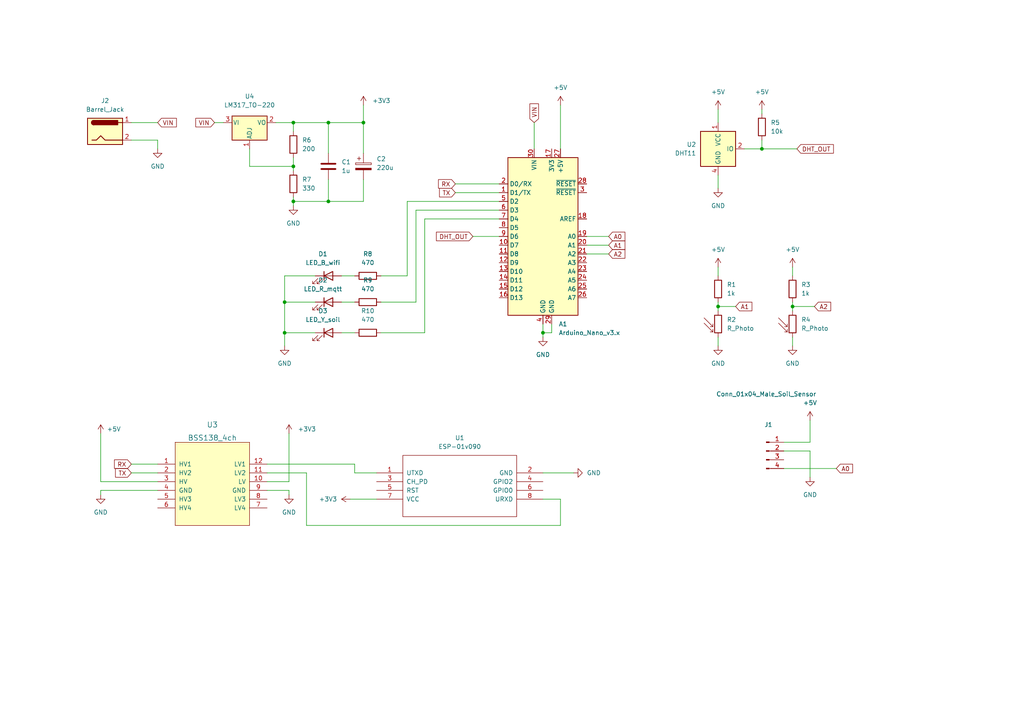
<source format=kicad_sch>
(kicad_sch (version 20211123) (generator eeschema)
  (paper "A4")
  (lib_symbols
    (symbol "Connector:Barrel_Jack" (pin_names (offset 1.016))
      (property "Reference" "J" (at 0 5.334 0))
      (property "Value" "Barrel_Jack" (at 0 -5.08 0))
      (symbol "Barrel_Jack_0_1"
        (rectangle (start -5.08 3.81) (end 5.08 -3.81) (stroke (width 0.254)) (fill (type background)))
        (arc (start -3.302 3.175) (mid -3.937 2.54) (end -3.302 1.905) (stroke (width 0.254)))
        (arc (start -3.302 3.175) (mid -3.937 2.54) (end -3.302 1.905) (stroke (width 0.254)) (fill (type outline)))
        (polyline (pts (xy 5.08 2.54) (xy 3.81 2.54)) (stroke (width 0.254)))
        (polyline (pts (xy -3.81 -2.54) (xy -2.54 -2.54) (xy -1.27 -1.27) (xy 0 -2.54) (xy 2.54 -2.54) (xy 5.08 -2.54)) (stroke (width 0.254)))
        (rectangle (start 3.683 3.175) (end -3.302 1.905) (stroke (width 0.254)) (fill (type outline)))
      )
      (symbol "Barrel_Jack_1_1"
        (pin passive line (at 7.62 2.54 180) (length 2.54) (name "~") (number "1"))
        (pin passive line (at 7.62 -2.54 180) (length 2.54) (name "~") (number "2"))
      )
    )
    (symbol "Connector:Conn_01x04_Male" (pin_names (offset 1.016) hide)
      (property "Reference" "J" (at 0 5.08 0))
      (property "Value" "Conn_01x04_Male" (at 0 -7.62 0))
      (symbol "Conn_01x04_Male_1_1"
        (polyline (pts (xy 1.27 -5.08) (xy 0.8636 -5.08)) (stroke (width 0.1524)))
        (polyline (pts (xy 1.27 -2.54) (xy 0.8636 -2.54)) (stroke (width 0.1524)))
        (polyline (pts (xy 1.27 0) (xy 0.8636 0)) (stroke (width 0.1524)))
        (polyline (pts (xy 1.27 2.54) (xy 0.8636 2.54)) (stroke (width 0.1524)))
        (rectangle (start 0.8636 -4.953) (end 0 -5.207) (stroke (width 0.1524)) (fill (type outline)))
        (rectangle (start 0.8636 -2.413) (end 0 -2.667) (stroke (width 0.1524)) (fill (type outline)))
        (rectangle (start 0.8636 0.127) (end 0 -0.127) (stroke (width 0.1524)) (fill (type outline)))
        (rectangle (start 0.8636 2.667) (end 0 2.413) (stroke (width 0.1524)) (fill (type outline)))
        (pin passive line (at 5.08 2.54 180) (length 3.81) (name "Pin_1") (number "1"))
        (pin passive line (at 5.08 0 180) (length 3.81) (name "Pin_2") (number "2"))
        (pin passive line (at 5.08 -2.54 180) (length 3.81) (name "Pin_3") (number "3"))
        (pin passive line (at 5.08 -5.08 180) (length 3.81) (name "Pin_4") (number "4"))
      )
    )
    (symbol "Device:C" (pin_numbers hide) (pin_names (offset 0.254))
      (property "Reference" "C" (at 0.635 2.54 0))
      (property "Value" "C" (at 0.635 -2.54 0))
      (symbol "C_0_1"
        (polyline (pts (xy -2.032 -0.762) (xy 2.032 -0.762)) (stroke (width 0.508)))
        (polyline (pts (xy -2.032 0.762) (xy 2.032 0.762)) (stroke (width 0.508)))
      )
      (symbol "C_1_1"
        (pin passive line (at 0 3.81 270) (length 2.794) (name "~") (number "1"))
        (pin passive line (at 0 -3.81 90) (length 2.794) (name "~") (number "2"))
      )
    )
    (symbol "Device:C_Polarized" (pin_numbers hide) (pin_names (offset 0.254))
      (property "Reference" "C" (at 0.635 2.54 0))
      (property "Value" "C_Polarized" (at 0.635 -2.54 0))
      (symbol "C_Polarized_0_1"
        (rectangle (start -2.286 0.508) (end 2.286 1.016))
        (polyline (pts (xy -1.778 2.286) (xy -0.762 2.286)))
        (polyline (pts (xy -1.27 2.794) (xy -1.27 1.778)))
        (rectangle (start 2.286 -0.508) (end -2.286 -1.016) (fill (type outline)))
      )
      (symbol "C_Polarized_1_1"
        (pin passive line (at 0 3.81 270) (length 2.794) (name "~") (number "1"))
        (pin passive line (at 0 -3.81 90) (length 2.794) (name "~") (number "2"))
      )
    )
    (symbol "Device:LED" (pin_numbers hide) (pin_names (offset 1.016) hide)
      (property "Reference" "D" (at 0 2.54 0))
      (property "Value" "LED" (at 0 -2.54 0))
      (symbol "LED_0_1"
        (polyline (pts (xy -1.27 -1.27) (xy -1.27 1.27)) (stroke (width 0.254)))
        (polyline (pts (xy -1.27 0) (xy 1.27 0)))
        (polyline (pts (xy 1.27 -1.27) (xy 1.27 1.27) (xy -1.27 0) (xy 1.27 -1.27)) (stroke (width 0.254)))
        (polyline (pts (xy -3.048 -0.762) (xy -4.572 -2.286) (xy -3.81 -2.286) (xy -4.572 -2.286) (xy -4.572 -1.524)))
        (polyline (pts (xy -1.778 -0.762) (xy -3.302 -2.286) (xy -2.54 -2.286) (xy -3.302 -2.286) (xy -3.302 -1.524)))
      )
      (symbol "LED_1_1"
        (pin passive line (at -3.81 0 0) (length 2.54) (name "K") (number "1"))
        (pin passive line (at 3.81 0 180) (length 2.54) (name "A") (number "2"))
      )
    )
    (symbol "Device:R" (pin_numbers hide) (pin_names (offset 0))
      (property "Reference" "R" (at 2.032 0 90))
      (property "Value" "R" (at 0 0 90))
      (symbol "R_0_1"
        (rectangle (start -1.016 -2.54) (end 1.016 2.54) (stroke (width 0.254)))
      )
      (symbol "R_1_1"
        (pin passive line (at 0 3.81 270) (length 1.27) (name "~") (number "1"))
        (pin passive line (at 0 -3.81 90) (length 1.27) (name "~") (number "2"))
      )
    )
    (symbol "Device:R_Photo" (pin_numbers hide) (pin_names (offset 0))
      (property "Reference" "R" (at 1.27 1.27 0))
      (property "Value" "R_Photo" (at 1.27 0 0))
      (symbol "R_Photo_0_1"
        (rectangle (start -1.016 2.54) (end 1.016 -2.54) (stroke (width 0.254)))
        (polyline (pts (xy -1.524 -2.286) (xy -4.064 0.254)))
        (polyline (pts (xy -1.524 -2.286) (xy -2.286 -2.286)))
        (polyline (pts (xy -1.524 -2.286) (xy -1.524 -1.524)))
        (polyline (pts (xy -1.524 -0.762) (xy -4.064 1.778)))
        (polyline (pts (xy -1.524 -0.762) (xy -2.286 -0.762)))
        (polyline (pts (xy -1.524 -0.762) (xy -1.524 0)))
      )
      (symbol "R_Photo_1_1"
        (pin passive line (at 0 3.81 270) (length 1.27) (name "~") (number "1"))
        (pin passive line (at 0 -3.81 90) (length 1.27) (name "~") (number "2"))
      )
    )
    (symbol "ESP-01:ESP-01v090" (pin_names (offset 1.016))
      (property "Reference" "U" (at 0 -2.54 0))
      (property "Value" "ESP-01v090" (at 0 2.54 0))
      (symbol "ESP-01v090_1_0"
        (rectangle (start -16.51 -8.89) (end 16.51 8.89))
      )
      (symbol "ESP-01v090_1_1"
        (pin output line (at -24.13 3.81 0) (length 7.62) (name "UTXD") (number "1"))
        (pin power_in line (at 24.13 3.81 180) (length 7.62) (name "GND") (number "2"))
        (pin input line (at -24.13 1.27 0) (length 7.62) (name "CH_PD") (number "3"))
        (pin tri_state line (at 24.13 1.27 180) (length 7.62) (name "GPIO2") (number "4"))
        (pin input line (at -24.13 -1.27 0) (length 7.62) (name "RST") (number "5"))
        (pin tri_state line (at 24.13 -1.27 180) (length 7.62) (name "GPIO0") (number "6"))
        (pin power_in line (at -24.13 -3.81 0) (length 7.62) (name "VCC") (number "7"))
        (pin input line (at 24.13 -3.81 180) (length 7.62) (name "URXD") (number "8"))
      )
    )
    (symbol "Logic_Level_Converter:BSS138_4ch" (pin_names (offset 1.016))
      (property "Reference" "U" (at 0 6.35 0))
      (property "Value" "BSS138_4ch" (at 0 10.16 0))
      (symbol "BSS138_4ch_0_1"
        (rectangle (start -11.43 12.7) (end 10.16 -11.43) (fill (type background)))
      )
      (symbol "BSS138_4ch_1_1"
        (pin bidirectional line (at -16.51 6.35 0) (length 5.08) (name "HV1") (number "1"))
        (pin bidirectional line (at 15.24 1.27 180) (length 5.08) (name "LV") (number "10"))
        (pin bidirectional line (at 15.24 3.81 180) (length 5.08) (name "LV2") (number "11"))
        (pin bidirectional line (at 15.24 6.35 180) (length 5.08) (name "LV1") (number "12"))
        (pin bidirectional line (at -16.51 3.81 0) (length 5.08) (name "HV2") (number "2"))
        (pin bidirectional line (at -16.51 1.27 0) (length 5.08) (name "HV") (number "3"))
        (pin bidirectional line (at -16.51 -1.27 0) (length 5.08) (name "GND") (number "4"))
        (pin bidirectional line (at -16.51 -3.81 0) (length 5.08) (name "HV3") (number "5"))
        (pin bidirectional line (at -16.51 -6.35 0) (length 5.08) (name "HV4") (number "6"))
        (pin bidirectional line (at 15.24 -6.35 180) (length 5.08) (name "LV4") (number "7"))
        (pin bidirectional line (at 15.24 -3.81 180) (length 5.08) (name "LV3") (number "8"))
        (pin bidirectional line (at 15.24 -1.27 180) (length 5.08) (name "GND") (number "9"))
      )
    )
    (symbol "MCU_Module:Arduino_Nano_v3.x"
      (property "Reference" "A" (at -10.16 23.495 0))
      (property "Value" "Arduino_Nano_v3.x" (at 5.08 -24.13 0))
      (symbol "Arduino_Nano_v3.x_0_1"
        (rectangle (start -10.16 22.86) (end 10.16 -22.86) (stroke (width 0.254)) (fill (type background)))
      )
      (symbol "Arduino_Nano_v3.x_1_1"
        (pin bidirectional line (at -12.7 12.7 0) (length 2.54) (name "D1/TX") (number "1"))
        (pin bidirectional line (at -12.7 -2.54 0) (length 2.54) (name "D7") (number "10"))
        (pin bidirectional line (at -12.7 -5.08 0) (length 2.54) (name "D8") (number "11"))
        (pin bidirectional line (at -12.7 -7.62 0) (length 2.54) (name "D9") (number "12"))
        (pin bidirectional line (at -12.7 -10.16 0) (length 2.54) (name "D10") (number "13"))
        (pin bidirectional line (at -12.7 -12.7 0) (length 2.54) (name "D11") (number "14"))
        (pin bidirectional line (at -12.7 -15.24 0) (length 2.54) (name "D12") (number "15"))
        (pin bidirectional line (at -12.7 -17.78 0) (length 2.54) (name "D13") (number "16"))
        (pin power_out line (at 2.54 25.4 270) (length 2.54) (name "3V3") (number "17"))
        (pin input line (at 12.7 5.08 180) (length 2.54) (name "AREF") (number "18"))
        (pin bidirectional line (at 12.7 0 180) (length 2.54) (name "A0") (number "19"))
        (pin bidirectional line (at -12.7 15.24 0) (length 2.54) (name "D0/RX") (number "2"))
        (pin bidirectional line (at 12.7 -2.54 180) (length 2.54) (name "A1") (number "20"))
        (pin bidirectional line (at 12.7 -5.08 180) (length 2.54) (name "A2") (number "21"))
        (pin bidirectional line (at 12.7 -7.62 180) (length 2.54) (name "A3") (number "22"))
        (pin bidirectional line (at 12.7 -10.16 180) (length 2.54) (name "A4") (number "23"))
        (pin bidirectional line (at 12.7 -12.7 180) (length 2.54) (name "A5") (number "24"))
        (pin bidirectional line (at 12.7 -15.24 180) (length 2.54) (name "A6") (number "25"))
        (pin bidirectional line (at 12.7 -17.78 180) (length 2.54) (name "A7") (number "26"))
        (pin power_out line (at 5.08 25.4 270) (length 2.54) (name "+5V") (number "27"))
        (pin input line (at 12.7 15.24 180) (length 2.54) (name "~{RESET}") (number "28"))
        (pin power_in line (at 2.54 -25.4 90) (length 2.54) (name "GND") (number "29"))
        (pin input line (at 12.7 12.7 180) (length 2.54) (name "~{RESET}") (number "3"))
        (pin power_in line (at -2.54 25.4 270) (length 2.54) (name "VIN") (number "30"))
        (pin power_in line (at 0 -25.4 90) (length 2.54) (name "GND") (number "4"))
        (pin bidirectional line (at -12.7 10.16 0) (length 2.54) (name "D2") (number "5"))
        (pin bidirectional line (at -12.7 7.62 0) (length 2.54) (name "D3") (number "6"))
        (pin bidirectional line (at -12.7 5.08 0) (length 2.54) (name "D4") (number "7"))
        (pin bidirectional line (at -12.7 2.54 0) (length 2.54) (name "D5") (number "8"))
        (pin bidirectional line (at -12.7 0 0) (length 2.54) (name "D6") (number "9"))
      )
    )
    (symbol "Regulator_Linear:LM317_TO-220" (pin_names (offset 0.254))
      (property "Reference" "U" (at -3.81 3.175 0))
      (property "Value" "LM317_TO-220" (at 0 3.175 0))
      (symbol "LM317_TO-220_0_1"
        (rectangle (start -5.08 1.905) (end 5.08 -5.08) (stroke (width 0.254)) (fill (type background)))
      )
      (symbol "LM317_TO-220_1_1"
        (pin input line (at 0 -7.62 90) (length 2.54) (name "ADJ") (number "1"))
        (pin power_out line (at 7.62 0 180) (length 2.54) (name "VO") (number "2"))
        (pin power_in line (at -7.62 0 0) (length 2.54) (name "VI") (number "3"))
      )
    )
    (symbol "Sensor:DHT11"
      (property "Reference" "U" (at -3.81 6.35 0))
      (property "Value" "DHT11" (at 3.81 6.35 0))
      (symbol "DHT11_0_1"
        (rectangle (start -5.08 5.08) (end 5.08 -5.08) (stroke (width 0.254)) (fill (type background)))
      )
      (symbol "DHT11_1_1"
        (pin power_in line (at 0 7.62 270) (length 2.54) (name "VCC") (number "1"))
        (pin bidirectional line (at 7.62 0 180) (length 2.54) (name "IO") (number "2"))
        (pin no_connect line (at -5.08 0 0) (length 2.54) hide (name "NC") (number "3"))
        (pin power_in line (at 0 -7.62 90) (length 2.54) (name "GND") (number "4"))
      )
    )
    (symbol "power:+3.3V" (power) (pin_names (offset 0))
      (property "Value" "+3.3V" (at 0 3.556 0))
      (symbol "+3.3V_0_1"
        (polyline (pts (xy -0.762 1.27) (xy 0 2.54)))
        (polyline (pts (xy 0 0) (xy 0 2.54)))
        (polyline (pts (xy 0 2.54) (xy 0.762 1.27)))
      )
      (symbol "+3.3V_1_1"
        (pin power_in line (at 0 0 90) (length 0) hide (name "+3V3") (number "1"))
      )
    )
    (symbol "power:+5V" (power) (pin_names (offset 0))
      (property "Value" "+5V" (at 0 3.556 0))
      (symbol "+5V_0_1"
        (polyline (pts (xy -0.762 1.27) (xy 0 2.54)))
        (polyline (pts (xy 0 0) (xy 0 2.54)))
        (polyline (pts (xy 0 2.54) (xy 0.762 1.27)))
      )
      (symbol "+5V_1_1"
        (pin power_in line (at 0 0 90) (length 0) hide (name "+5V") (number "1"))
      )
    )
    (symbol "power:GND" (power) (pin_names (offset 0))
      (property "Value" "GND" (at 0 -3.81 0))
      (symbol "GND_0_1"
        (polyline (pts (xy 0 0) (xy 0 -1.27) (xy 1.27 -1.27) (xy 0 -2.54) (xy -1.27 -1.27) (xy 0 -1.27)))
      )
      (symbol "GND_1_1"
        (pin power_in line (at 0 0 270) (length 0) hide (name "GND") (number "1"))
      )
    )
  )
  (junction (at 95.25 58.42))
  (junction (at 82.55 96.52))
  (junction (at 82.55 87.63))
  (junction (at 85.09 48.26))
  (junction (at 105.41 35.56))
  (junction (at 157.48 96.52))
  (junction (at 95.25 35.56))
  (junction (at 229.87 88.9))
  (junction (at 220.98 43.18))
  (junction (at 85.09 35.56))
  (junction (at 208.28 88.9))
  (junction (at 85.09 58.42))
  (wire (pts (xy 229.87 88.9) (xy 229.87 90.17)))
  (wire (pts (xy 132.08 53.34) (xy 144.78 53.34)))
  (wire (pts (xy 220.98 40.64) (xy 220.98 43.18)))
  (wire (pts (xy 208.28 77.47) (xy 208.28 80.01)))
  (wire (pts (xy 157.48 96.52) (xy 157.48 97.79)))
  (wire (pts (xy 105.41 58.42) (xy 105.41 52.07)))
  (wire (pts (xy 160.02 96.52) (xy 157.48 96.52)))
  (wire (pts (xy 234.95 138.43) (xy 234.95 130.81)))
  (wire (pts (xy 208.28 31.75) (xy 208.28 35.56)))
  (wire (pts (xy 29.21 139.7) (xy 45.72 139.7)))
  (wire (pts (xy 102.87 137.16) (xy 109.22 137.16)))
  (wire (pts (xy 45.72 40.64) (xy 45.72 43.18)))
  (wire (pts (xy 95.25 52.07) (xy 95.25 58.42)))
  (wire (pts (xy 157.48 137.16) (xy 166.37 137.16)))
  (wire (pts (xy 118.11 80.01) (xy 110.49 80.01)))
  (wire (pts (xy 99.06 80.01) (xy 102.87 80.01)))
  (wire (pts (xy 229.87 87.63) (xy 229.87 88.9)))
  (wire (pts (xy 132.08 55.88) (xy 144.78 55.88)))
  (wire (pts (xy 77.47 134.62) (xy 102.87 134.62)))
  (wire (pts (xy 85.09 35.56) (xy 85.09 38.1)))
  (wire (pts (xy 102.87 134.62) (xy 102.87 137.16)))
  (wire (pts (xy 120.65 60.96) (xy 144.78 60.96)))
  (wire (pts (xy 208.28 88.9) (xy 213.36 88.9)))
  (wire (pts (xy 234.95 121.92) (xy 234.95 128.27)))
  (wire (pts (xy 105.41 35.56) (xy 105.41 44.45)))
  (wire (pts (xy 229.87 97.79) (xy 229.87 100.33)))
  (wire (pts (xy 123.19 63.5) (xy 123.19 96.52)))
  (wire (pts (xy 85.09 45.72) (xy 85.09 48.26)))
  (wire (pts (xy 99.06 87.63) (xy 102.87 87.63)))
  (wire (pts (xy 215.9 43.18) (xy 220.98 43.18)))
  (wire (pts (xy 220.98 31.75) (xy 220.98 33.02)))
  (wire (pts (xy 82.55 87.63) (xy 82.55 96.52)))
  (wire (pts (xy 95.25 35.56) (xy 85.09 35.56)))
  (wire (pts (xy 85.09 48.26) (xy 85.09 49.53)))
  (wire (pts (xy 29.21 142.24) (xy 45.72 142.24)))
  (wire (pts (xy 83.82 125.73) (xy 83.82 139.7)))
  (wire (pts (xy 170.18 68.58) (xy 176.53 68.58)))
  (wire (pts (xy 123.19 96.52) (xy 110.49 96.52)))
  (wire (pts (xy 120.65 60.96) (xy 120.65 87.63)))
  (wire (pts (xy 77.47 137.16) (xy 88.9 137.16)))
  (wire (pts (xy 208.28 97.79) (xy 208.28 100.33)))
  (wire (pts (xy 162.56 30.48) (xy 162.56 43.18)))
  (wire (pts (xy 144.78 63.5) (xy 123.19 63.5)))
  (wire (pts (xy 154.94 35.56) (xy 154.94 43.18)))
  (wire (pts (xy 29.21 143.51) (xy 29.21 142.24)))
  (wire (pts (xy 83.82 142.24) (xy 83.82 143.51)))
  (wire (pts (xy 82.55 96.52) (xy 91.44 96.52)))
  (wire (pts (xy 29.21 125.73) (xy 29.21 139.7)))
  (wire (pts (xy 105.41 30.48) (xy 105.41 35.56)))
  (wire (pts (xy 91.44 80.01) (xy 82.55 80.01)))
  (wire (pts (xy 99.06 96.52) (xy 102.87 96.52)))
  (wire (pts (xy 62.23 35.56) (xy 64.77 35.56)))
  (wire (pts (xy 95.25 35.56) (xy 95.25 44.45)))
  (wire (pts (xy 229.87 77.47) (xy 229.87 80.01)))
  (wire (pts (xy 85.09 57.15) (xy 85.09 58.42)))
  (wire (pts (xy 101.6 144.78) (xy 109.22 144.78)))
  (wire (pts (xy 170.18 71.12) (xy 176.53 71.12)))
  (wire (pts (xy 77.47 139.7) (xy 83.82 139.7)))
  (wire (pts (xy 227.33 130.81) (xy 234.95 130.81)))
  (wire (pts (xy 85.09 58.42) (xy 85.09 59.69)))
  (wire (pts (xy 95.25 58.42) (xy 105.41 58.42)))
  (wire (pts (xy 120.65 87.63) (xy 110.49 87.63)))
  (wire (pts (xy 85.09 58.42) (xy 95.25 58.42)))
  (wire (pts (xy 160.02 93.98) (xy 160.02 96.52)))
  (wire (pts (xy 82.55 96.52) (xy 82.55 100.33)))
  (wire (pts (xy 157.48 93.98) (xy 157.48 96.52)))
  (wire (pts (xy 234.95 128.27) (xy 227.33 128.27)))
  (wire (pts (xy 38.1 40.64) (xy 45.72 40.64)))
  (wire (pts (xy 95.25 35.56) (xy 105.41 35.56)))
  (wire (pts (xy 208.28 88.9) (xy 208.28 90.17)))
  (wire (pts (xy 208.28 87.63) (xy 208.28 88.9)))
  (wire (pts (xy 162.56 144.78) (xy 157.48 144.78)))
  (wire (pts (xy 38.1 137.16) (xy 45.72 137.16)))
  (wire (pts (xy 162.56 152.4) (xy 162.56 144.78)))
  (wire (pts (xy 220.98 43.18) (xy 231.14 43.18)))
  (wire (pts (xy 80.01 35.56) (xy 85.09 35.56)))
  (wire (pts (xy 227.33 135.89) (xy 242.57 135.89)))
  (wire (pts (xy 77.47 142.24) (xy 83.82 142.24)))
  (wire (pts (xy 229.87 88.9) (xy 236.22 88.9)))
  (wire (pts (xy 88.9 137.16) (xy 88.9 152.4)))
  (wire (pts (xy 72.39 43.18) (xy 72.39 48.26)))
  (wire (pts (xy 38.1 35.56) (xy 45.72 35.56)))
  (wire (pts (xy 82.55 87.63) (xy 91.44 87.63)))
  (wire (pts (xy 144.78 58.42) (xy 118.11 58.42)))
  (wire (pts (xy 208.28 50.8) (xy 208.28 54.61)))
  (wire (pts (xy 82.55 80.01) (xy 82.55 87.63)))
  (wire (pts (xy 38.1 134.62) (xy 45.72 134.62)))
  (wire (pts (xy 170.18 73.66) (xy 176.53 73.66)))
  (wire (pts (xy 137.16 68.58) (xy 144.78 68.58)))
  (wire (pts (xy 88.9 152.4) (xy 162.56 152.4)))
  (wire (pts (xy 72.39 48.26) (xy 85.09 48.26)))
  (wire (pts (xy 118.11 58.42) (xy 118.11 80.01)))
  (global_label "RX" (shape input) (at 38.1 134.62 180) (property "Intersheet References" "${INTERSHEET_REFS}" (effects hide)))
  (global_label "A1" (shape input) (at 176.53 71.12 0) (property "Intersheet References" "${INTERSHEET_REFS}" (effects hide)))
  (global_label "A0" (shape input) (at 176.53 68.58 0) (property "Intersheet References" "${INTERSHEET_REFS}" (effects hide)))
  (global_label "A2" (shape input) (at 236.22 88.9 0) (property "Intersheet References" "${INTERSHEET_REFS}" (effects hide)))
  (global_label "DHT_OUT" (shape input) (at 231.14 43.18 0) (property "Intersheet References" "${INTERSHEET_REFS}" (effects hide)))
  (global_label "VIN" (shape input) (at 62.23 35.56 180) (property "Intersheet References" "${INTERSHEET_REFS}" (effects hide)))
  (global_label "RX" (shape input) (at 132.08 53.34 180) (property "Intersheet References" "${INTERSHEET_REFS}" (effects hide)))
  (global_label "TX" (shape input) (at 132.08 55.88 180) (property "Intersheet References" "${INTERSHEET_REFS}" (effects hide)))
  (global_label "VIN" (shape input) (at 45.72 35.56 0) (property "Intersheet References" "${INTERSHEET_REFS}" (effects hide)))
  (global_label "VIN" (shape input) (at 154.94 35.56 90) (property "Intersheet References" "${INTERSHEET_REFS}" (effects hide)))
  (global_label "TX" (shape input) (at 38.1 137.16 180) (property "Intersheet References" "${INTERSHEET_REFS}" (effects hide)))
  (global_label "A2" (shape input) (at 176.53 73.66 0) (property "Intersheet References" "${INTERSHEET_REFS}" (effects hide)))
  (global_label "A0" (shape input) (at 242.57 135.89 0) (property "Intersheet References" "${INTERSHEET_REFS}" (effects hide)))
  (global_label "A1" (shape input) (at 213.36 88.9 0) (property "Intersheet References" "${INTERSHEET_REFS}" (effects hide)))
  (global_label "DHT_OUT" (shape input) (at 137.16 68.58 180) (property "Intersheet References" "${INTERSHEET_REFS}" (effects hide)))
  (symbol (lib_id "power:GND") (at 29.21 143.51 0) (unit 1)
    (property "Reference" "#PWR0113" (effects hide))
    (property "Value" "GND" (at 29.21 148.59 0))
  )
  (symbol (lib_id "power:+3.3V") (at 101.6 144.78 90) (unit 1)
    (property "Reference" "#PWR0106" (effects hide))
    (property "Value" "+3.3V" (at 97.79 144.7799 90) (effects (justify left)))
  )
  (symbol (lib_id "power:+5V") (at 220.98 31.75 0) (unit 1)
    (property "Reference" "#PWR0104" (effects hide))
    (property "Value" "+5V" (at 220.98 26.67 0))
  )
  (symbol (lib_id "power:GND") (at 208.28 100.33 0) (unit 1)
    (property "Reference" "#PWR0107" (effects hide))
    (property "Value" "GND" (at 208.28 105.41 0))
  )
  (symbol (lib_id "power:+5V") (at 208.28 77.47 0) (unit 1)
    (property "Reference" "#PWR0105" (effects hide))
    (property "Value" "+5V" (at 208.28 72.39 0))
  )
  (symbol (lib_id "Device:LED") (at 95.25 96.52 0) (unit 1)
    (property "Reference" "D3" (at 93.6625 90.17 0))
    (property "Value" "LED_Y_soil" (at 93.6625 92.71 0))
    (property "Footprint" "LED_THT:LED_D5.0mm_Clear" (effects hide))
  )
  (symbol (lib_id "power:GND") (at 166.37 137.16 90) (unit 1)
    (property "Reference" "#PWR0102" (effects hide))
    (property "Value" "GND" (at 170.18 137.1599 90) (effects (justify right)))
  )
  (symbol (lib_id "power:GND") (at 229.87 100.33 0) (unit 1)
    (property "Reference" "#PWR0109" (effects hide))
    (property "Value" "GND" (at 229.87 105.41 0))
  )
  (symbol (lib_id "Regulator_Linear:LM317_TO-220") (at 72.39 35.56 0) (unit 1)
    (property "Reference" "U4" (at 72.39 27.94 0))
    (property "Value" "LM317_TO-220" (at 72.39 30.48 0))
    (property "Footprint" "Package_TO_SOT_THT:TO-220-3_Vertical" (effects hide))
    (property "Datasheet" "http://www.ti.com/lit/ds/symlink/lm317.pdf" (effects hide))
  )
  (symbol (lib_id "power:+5V") (at 29.21 125.73 0) (unit 1)
    (property "Reference" "#PWR0112" (effects hide))
    (property "Value" "+5V" (at 33.02 124.46 0))
  )
  (symbol (lib_id "Device:R") (at 85.09 41.91 0) (unit 1)
    (property "Reference" "R6" (at 87.63 40.6399 0) (effects (justify left)))
    (property "Value" "200" (at 87.63 43.1799 0) (effects (justify left)))
    (property "Footprint" "Resistor_THT:R_Axial_DIN0207_L6.3mm_D2.5mm_P7.62mm_Horizontal" (effects hide))
  )
  (symbol (lib_id "power:GND") (at 83.82 143.51 0) (unit 1)
    (property "Reference" "#PWR0111" (effects hide))
    (property "Value" "GND" (at 83.82 148.59 0))
  )
  (symbol (lib_id "power:GND") (at 45.72 43.18 0) (unit 1)
    (property "Reference" "#PWR0114" (effects hide))
    (property "Value" "GND" (at 45.72 48.26 0))
  )
  (symbol (lib_id "power:+3.3V") (at 83.82 125.73 0) (unit 1)
    (property "Reference" "#PWR0110" (effects hide))
    (property "Value" "+3.3V" (at 86.36 124.4599 0) (effects (justify left)))
  )
  (symbol (lib_id "Device:LED") (at 95.25 87.63 0) (unit 1)
    (property "Reference" "D2" (at 93.6625 81.28 0))
    (property "Value" "LED_R_mqtt" (at 93.6625 83.82 0))
    (property "Footprint" "LED_THT:LED_D5.0mm_Clear" (effects hide))
  )
  (symbol (lib_id "Device:LED") (at 95.25 80.01 0) (unit 1)
    (property "Reference" "D1" (at 93.6625 73.66 0))
    (property "Value" "LED_B_wifi" (at 93.6625 76.2 0))
    (property "Footprint" "LED_THT:LED_D5.0mm_Clear" (effects hide))
  )
  (symbol (lib_id "power:+5V") (at 234.95 121.92 0) (unit 1)
    (property "Reference" "#PWR0119" (effects hide))
    (property "Value" "+5V" (at 234.95 116.84 0))
  )
  (symbol (lib_id "Device:R") (at 229.87 83.82 0) (unit 1)
    (property "Reference" "R3" (at 232.41 82.5499 0) (effects (justify left)))
    (property "Value" "1k" (at 232.41 85.0899 0) (effects (justify left)))
    (property "Footprint" "Resistor_THT:R_Axial_DIN0207_L6.3mm_D2.5mm_P7.62mm_Horizontal" (effects hide))
  )
  (symbol (lib_id "Device:R") (at 106.68 96.52 90) (unit 1)
    (property "Reference" "R10" (at 106.68 90.17 90))
    (property "Value" "470" (at 106.68 92.71 90))
    (property "Footprint" "Resistor_THT:R_Axial_DIN0207_L6.3mm_D2.5mm_P7.62mm_Horizontal" (effects hide))
  )
  (symbol (lib_id "power:GND") (at 157.48 97.79 0) (unit 1)
    (property "Reference" "#PWR0115" (effects hide))
    (property "Value" "GND" (at 157.48 102.87 0))
  )
  (symbol (lib_id "Connector:Conn_01x04_Male") (at 222.25 130.81 0) (unit 1)
    (property "Reference" "J1" (at 222.885 123.19 0))
    (property "Value" "Conn_01x04_Male_Soil_Sensor" (at 222.25 114.3 0))
    (property "Footprint" "Connector_PinHeader_2.54mm:PinHeader_1x04_P2.54mm_Vertical" (effects hide))
  )
  (symbol (lib_id "Connector:Barrel_Jack") (at 30.48 38.1 0) (unit 1)
    (property "Reference" "J2" (at 30.48 29.21 0))
    (property "Value" "Barrel_Jack" (at 30.48 31.75 0))
    (property "Footprint" "TerminalBlock:TerminalBlock_Altech_AK300-2_P5.00mm" (effects hide))
  )
  (symbol (lib_id "Logic_Level_Converter:BSS138_4ch") (at 62.23 140.97 0) (unit 1)
    (property "Reference" "U3" (at 61.595 123.19 0) (effects (font (size 1.524 1.524))))
    (property "Value" "BSS138_4ch" (at 61.595 127 0) (effects (font (size 1.524 1.524))))
    (property "Footprint" "Logic_Level_Converter:BSS138" (effects hide))
  )
  (symbol (lib_id "Device:R") (at 208.28 83.82 0) (unit 1)
    (property "Reference" "R1" (at 210.82 82.5499 0) (effects (justify left)))
    (property "Value" "1k" (at 210.82 85.0899 0) (effects (justify left)))
    (property "Footprint" "Resistor_THT:R_Axial_DIN0207_L6.3mm_D2.5mm_P7.62mm_Horizontal" (effects hide))
  )
  (symbol (lib_id "ESP-01:ESP-01v090") (at 133.35 140.97 0) (unit 1)
    (property "Reference" "U1" (at 133.35 127 0))
    (property "Value" "ESP-01v090" (at 133.35 129.54 0))
    (property "Footprint" "ESP-01:ESP-01" (effects hide))
    (property "Datasheet" "http://l0l.org.uk/2014/12/esp8266-modules-hardware-guide-gotta-catch-em-all/" (effects hide))
  )
  (symbol (lib_id "Device:R") (at 220.98 36.83 0) (unit 1)
    (property "Reference" "R5" (at 223.52 35.5599 0) (effects (justify left)))
    (property "Value" "10k" (at 223.52 38.0999 0) (effects (justify left)))
    (property "Footprint" "Resistor_THT:R_Axial_DIN0207_L6.3mm_D2.5mm_P7.62mm_Horizontal" (effects hide))
  )
  (symbol (lib_id "Device:C_Polarized") (at 105.41 48.26 0) (unit 1)
    (property "Reference" "C2" (at 109.22 46.1009 0) (effects (justify left)))
    (property "Value" "220u" (at 109.22 48.6409 0) (effects (justify left)))
    (property "Footprint" "Capacitor_THT:CP_Radial_D5.0mm_P2.50mm" (effects hide))
  )
  (symbol (lib_id "Device:R") (at 106.68 80.01 90) (unit 1)
    (property "Reference" "R8" (at 106.68 73.66 90))
    (property "Value" "470" (at 106.68 76.2 90))
    (property "Footprint" "Resistor_THT:R_Axial_DIN0207_L6.3mm_D2.5mm_P7.62mm_Horizontal" (effects hide))
  )
  (symbol (lib_id "Device:C") (at 95.25 48.26 0) (unit 1)
    (property "Reference" "C1" (at 99.06 46.9899 0) (effects (justify left)))
    (property "Value" "1u" (at 99.06 49.5299 0) (effects (justify left)))
    (property "Footprint" "Capacitor_THT:C_Disc_D3.8mm_W2.6mm_P2.50mm" (effects hide))
  )
  (symbol (lib_id "power:GND") (at 234.95 138.43 0) (unit 1)
    (property "Reference" "#PWR0120" (effects hide))
    (property "Value" "GND" (at 234.95 143.51 0))
  )
  (symbol (lib_id "power:+5V") (at 208.28 31.75 0) (unit 1)
    (property "Reference" "#PWR0103" (effects hide))
    (property "Value" "+5V" (at 208.28 26.67 0))
  )
  (symbol (lib_id "power:GND") (at 208.28 54.61 0) (unit 1)
    (property "Reference" "#PWR0101" (effects hide))
    (property "Value" "GND" (at 208.28 59.69 0))
  )
  (symbol (lib_id "power:GND") (at 82.55 100.33 0) (unit 1)
    (property "Reference" "#PWR0121" (effects hide))
    (property "Value" "GND" (at 82.55 105.41 0))
  )
  (symbol (lib_id "Sensor:DHT11") (at 208.28 43.18 0) (unit 1)
    (property "Reference" "U2" (at 201.93 41.9099 0) (effects (justify right)))
    (property "Value" "DHT11" (at 201.93 44.4499 0) (effects (justify right)))
    (property "Footprint" "Sensor:Aosong_DHT11_5.5x12.0_P2.54mm" (effects hide))
    (property "Datasheet" "http://akizukidenshi.com/download/ds/aosong/DHT11.pdf" (effects hide))
  )
  (symbol (lib_id "Device:R_Photo") (at 229.87 93.98 0) (unit 1)
    (property "Reference" "R4" (at 232.41 92.7099 0) (effects (justify left)))
    (property "Value" "R_Photo" (at 232.41 95.2499 0) (effects (justify left)))
    (property "Footprint" "Connector_PinHeader_2.54mm:PinHeader_1x02_P2.54mm_Vertical" (effects hide))
  )
  (symbol (lib_id "Device:R_Photo") (at 208.28 93.98 0) (unit 1)
    (property "Reference" "R2" (at 210.82 92.7099 0) (effects (justify left)))
    (property "Value" "R_Photo" (at 210.82 95.2499 0) (effects (justify left)))
    (property "Footprint" "Connector_PinHeader_2.54mm:PinHeader_1x02_P2.54mm_Vertical" (effects hide))
  )
  (symbol (lib_id "power:+5V") (at 162.56 30.48 0) (unit 1)
    (property "Reference" "#PWR0116" (effects hide))
    (property "Value" "+5V" (at 162.56 25.4 0))
  )
  (symbol (lib_id "power:GND") (at 85.09 59.69 0) (unit 1)
    (property "Reference" "#PWR0118" (effects hide))
    (property "Value" "GND" (at 85.09 64.77 0))
  )
  (symbol (lib_id "Device:R") (at 106.68 87.63 90) (unit 1)
    (property "Reference" "R9" (at 106.68 81.28 90))
    (property "Value" "470" (at 106.68 83.82 90))
    (property "Footprint" "Resistor_THT:R_Axial_DIN0207_L6.3mm_D2.5mm_P7.62mm_Horizontal" (effects hide))
  )
  (symbol (lib_id "power:+3.3V") (at 105.41 30.48 0) (unit 1)
    (property "Reference" "#PWR0117" (effects hide))
    (property "Value" "+3.3V" (at 107.95 29.2099 0) (effects (justify left)))
  )
  (symbol (lib_id "Device:R") (at 85.09 53.34 0) (unit 1)
    (property "Reference" "R7" (at 87.63 52.0699 0) (effects (justify left)))
    (property "Value" "330" (at 87.63 54.6099 0) (effects (justify left)))
    (property "Footprint" "Resistor_THT:R_Axial_DIN0207_L6.3mm_D2.5mm_P7.62mm_Horizontal" (effects hide))
  )
  (symbol (lib_id "power:+5V") (at 229.87 77.47 0) (unit 1)
    (property "Reference" "#PWR0108" (effects hide))
    (property "Value" "+5V" (at 229.87 72.39 0))
  )
  (symbol (lib_id "MCU_Module:Arduino_Nano_v3.x") (at 157.48 68.58 0) (unit 1)
    (property "Reference" "A1" (at 162.0394 93.98 0) (effects (justify left)))
    (property "Value" "Arduino_Nano_v3.x" (at 162.0394 96.52 0) (effects (justify left)))
    (property "Footprint" "Module:Arduino_Nano" (effects hide))
    (property "Datasheet" "http://www.mouser.com/pdfdocs/Gravitech_Arduino_Nano3_0.pdf" (effects hide))
  )
)
</source>
